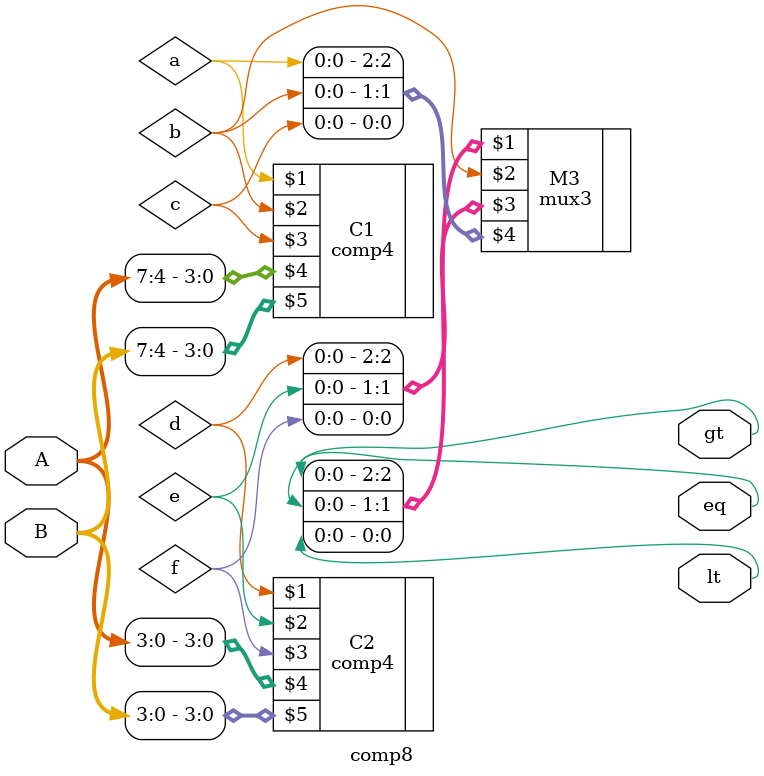
<source format=v>
module comp8 (gt,eq,lt,A,B);
input [7:0]A,B;
output gt,eq,lt;

comp4 C1 (a,b,c,A[7:4],B[7:4]);
comp4 C2 (d,e,f,A[3:0],B[3:0]);
mux3 M3 ({gt,eq,lt},b,{d,e,f},{a,b,c});

endmodule 
</source>
